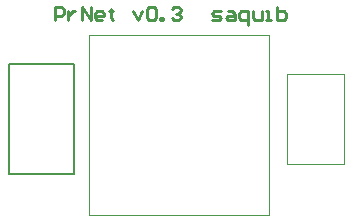
<source format=gto>
G04 Layer_Color=65535*
%FSAX24Y24*%
%MOIN*%
G70*
G01*
G75*
%ADD14C,0.0100*%
%ADD18C,0.0020*%
%ADD19C,0.0060*%
D14*
X038000Y034050D02*
Y034500D01*
X038225D01*
X038300Y034425D01*
Y034275D01*
X038225Y034200D01*
X038000D01*
X038450Y034350D02*
Y034050D01*
Y034200D01*
X038525Y034275D01*
X038600Y034350D01*
X038675D01*
X038900Y034050D02*
Y034500D01*
X039200Y034050D01*
Y034500D01*
X039574Y034050D02*
X039425D01*
X039350Y034125D01*
Y034275D01*
X039425Y034350D01*
X039574D01*
X039649Y034275D01*
Y034200D01*
X039350D01*
X039874Y034425D02*
Y034350D01*
X039799D01*
X039949D01*
X039874D01*
Y034125D01*
X039949Y034050D01*
X040624Y034350D02*
X040774Y034050D01*
X040924Y034350D01*
X041074Y034425D02*
X041149Y034500D01*
X041299D01*
X041374Y034425D01*
Y034125D01*
X041299Y034050D01*
X041149D01*
X041074Y034125D01*
Y034425D01*
X041524Y034050D02*
Y034125D01*
X041599D01*
Y034050D01*
X041524D01*
X041899Y034425D02*
X041974Y034500D01*
X042124D01*
X042199Y034425D01*
Y034350D01*
X042124Y034275D01*
X042049D01*
X042124D01*
X042199Y034200D01*
Y034125D01*
X042124Y034050D01*
X041974D01*
X041899Y034125D01*
X043248Y034050D02*
X043473D01*
X043548Y034125D01*
X043473Y034200D01*
X043323D01*
X043248Y034275D01*
X043323Y034350D01*
X043548D01*
X043773D02*
X043923D01*
X043998Y034275D01*
Y034050D01*
X043773D01*
X043698Y034125D01*
X043773Y034200D01*
X043998D01*
X044448Y033900D02*
Y034350D01*
X044223D01*
X044148Y034275D01*
Y034125D01*
X044223Y034050D01*
X044448D01*
X044598Y034350D02*
Y034125D01*
X044673Y034050D01*
X044898D01*
Y034350D01*
X045048Y034050D02*
X045198D01*
X045123D01*
Y034350D01*
X045048D01*
X045423Y034500D02*
Y034050D01*
X045648D01*
X045723Y034125D01*
Y034200D01*
Y034275D01*
X045648Y034350D01*
X045423D01*
D18*
X045750Y029250D02*
Y032250D01*
X047650D01*
Y029250D02*
Y032250D01*
X045750Y029250D02*
X047650D01*
X039150Y033550D02*
X045150D01*
Y027550D02*
Y033550D01*
X039150Y027550D02*
X045150D01*
X039150D02*
Y033550D01*
D19*
X038640Y028920D02*
Y032590D01*
X036490Y028920D02*
X038640D01*
X036490D02*
Y032590D01*
X038640D01*
M02*

</source>
